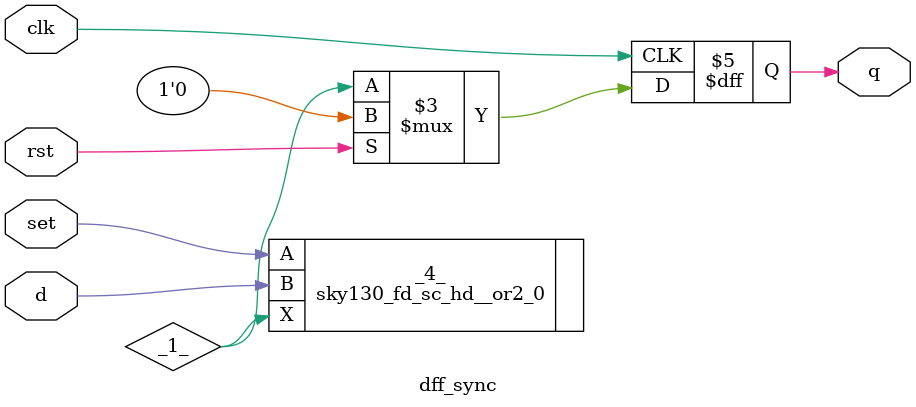
<source format=v>
/* Generated by Yosys 0.33 (git sha1 2584903a060) */

(* top =  1  *)
(* src = "dff_sync.v:1.1-16.10" *)
module dff_sync(clk, d, rst, set, q);
  wire _0_;
  wire _1_;
  (* src = "dff_sync.v:3.16-3.17" *)
  wire _2_;
  (* src = "dff_sync.v:5.16-5.19" *)
  wire _3_;
  (* src = "dff_sync.v:2.16-2.19" *)
  input clk;
  wire clk;
  (* src = "dff_sync.v:3.16-3.17" *)
  input d;
  wire d;
  (* src = "dff_sync.v:6.16-6.17" *)
  output q;
  reg q;
  (* src = "dff_sync.v:4.16-4.19" *)
  input rst;
  wire rst;
  (* src = "dff_sync.v:5.16-5.19" *)
  input set;
  wire set;
  sky130_fd_sc_hd__or2_0 _4_ (
    .A(_3_),
    .B(_2_),
    .X(_1_)
  );
  (* src = "dff_sync.v:8.5-15.8" *)
  always @(posedge clk)
    if (rst) q <= 1'h0;
    else q <= _0_;
  assign _3_ = set;
  assign _2_ = d;
  assign _0_ = _1_;
endmodule

</source>
